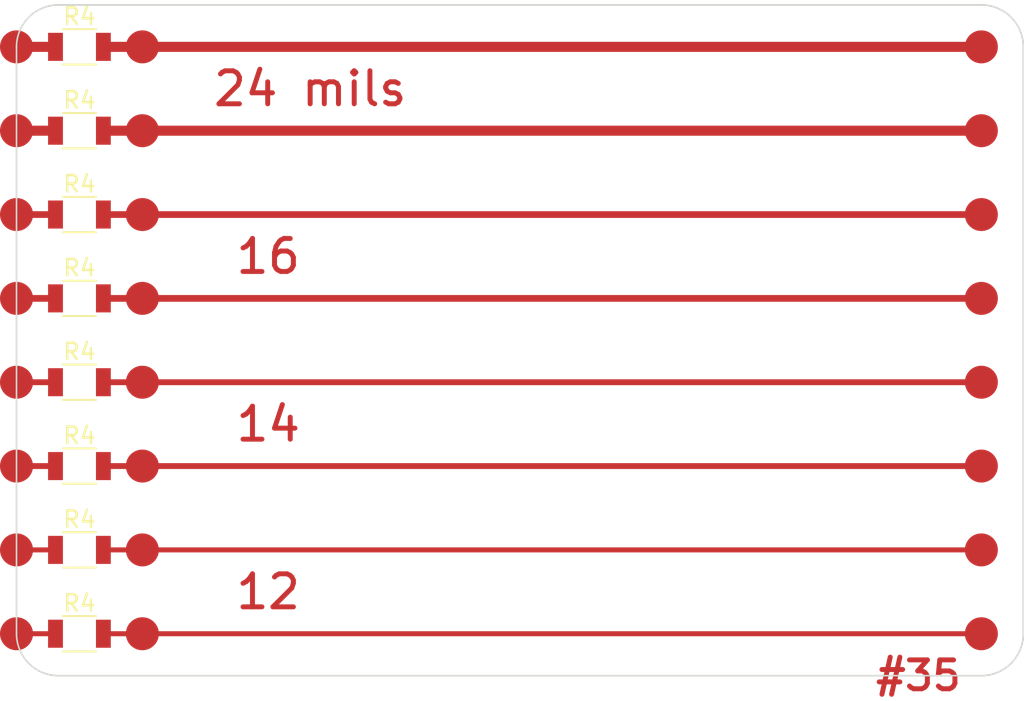
<source format=kicad_pcb>
(kicad_pcb (version 4) (host pcbnew 4.0.6)

  (general
    (links 39)
    (no_connects 15)
    (area 126.689 58.643 188.899001 101.118)
    (thickness 1.6)
    (drawings 14)
    (tracks 24)
    (zones 0)
    (modules 32)
    (nets 2)
  )

  (page USLetter)
  (layers
    (0 F.Cu signal)
    (31 B.Cu signal)
    (32 B.Adhes user)
    (33 F.Adhes user)
    (34 B.Paste user)
    (35 F.Paste user)
    (36 B.SilkS user)
    (37 F.SilkS user)
    (38 B.Mask user)
    (39 F.Mask user)
    (40 Dwgs.User user)
    (41 Cmts.User user)
    (42 Eco1.User user)
    (43 Eco2.User user)
    (44 Edge.Cuts user)
    (45 Margin user)
    (46 B.CrtYd user)
    (47 F.CrtYd user)
    (48 B.Fab user)
    (49 F.Fab user)
  )

  (setup
    (last_trace_width 0.25)
    (user_trace_width 0.254)
    (user_trace_width 0.3048)
    (user_trace_width 0.3556)
    (user_trace_width 0.4064)
    (user_trace_width 0.6096)
    (trace_clearance 0.2)
    (zone_clearance 0.508)
    (zone_45_only no)
    (trace_min 0.2)
    (segment_width 0.2)
    (edge_width 0.1)
    (via_size 0.6)
    (via_drill 0.4)
    (via_min_size 0.4)
    (via_min_drill 0.3)
    (uvia_size 0.3)
    (uvia_drill 0.1)
    (uvias_allowed no)
    (uvia_min_size 0.2)
    (uvia_min_drill 0.1)
    (pcb_text_width 0.3)
    (pcb_text_size 1.27 1.27)
    (mod_edge_width 0.15)
    (mod_text_size 1.016 1.016)
    (mod_text_width 0.127)
    (pad_size 1.5 1.5)
    (pad_drill 0)
    (pad_to_mask_clearance 0)
    (aux_axis_origin 111.76 109.855)
    (grid_origin 0.889 0.508)
    (visible_elements 7FFFFFFF)
    (pcbplotparams
      (layerselection 0x010a0_00000001)
      (usegerberextensions true)
      (excludeedgelayer true)
      (linewidth 0.100000)
      (plotframeref false)
      (viasonmask false)
      (mode 1)
      (useauxorigin false)
      (hpglpennumber 1)
      (hpglpenspeed 20)
      (hpglpendiameter 15)
      (hpglpenoverlay 2)
      (psnegative false)
      (psa4output false)
      (plotreference true)
      (plotvalue true)
      (plotinvisibletext false)
      (padsonsilk false)
      (subtractmaskfromsilk false)
      (outputformat 1)
      (mirror false)
      (drillshape 0)
      (scaleselection 1)
      (outputdirectory gerbers/))
  )

  (net 0 "")
  (net 1 GND)

  (net_class Default "This is the default net class."
    (clearance 0.2)
    (trace_width 0.25)
    (via_dia 0.6)
    (via_drill 0.4)
    (uvia_dia 0.3)
    (uvia_drill 0.1)
    (add_net GND)
  )

  (module footprints:SewPad (layer F.Cu) (tedit 5C9A7292) (tstamp 5CA38CFC)
    (at 127.889 61.468 90)
    (descr "Through hole angled pin header, 1x01, 1.00mm pitch, 2.0mm pin length, single row")
    (tags "Through hole angled pin header THT 1x01 1.00mm single row")
    (path /5C9A7CEA)
    (fp_text reference JB2 (at 0 -0.25 90) (layer F.SilkS) hide
      (effects (font (size 0.5 0.5) (thickness 0.125)))
    )
    (fp_text value PAD (at 0 0.5 90) (layer F.Fab)
      (effects (font (size 0.6 0.6) (thickness 0.15)))
    )
    (pad 1 smd circle (at 0 0 90) (size 2 2) (layers F.Cu F.Mask)
      (net 1 GND))
    (model ${KISYS3DMOD}/Pin_Headers.3dshapes/Pin_Header_Angled_1x01_Pitch1.00mm.wrl
      (at (xyz 0 0 0))
      (scale (xyz 1 1 1))
      (rotate (xyz 0 0 0))
    )
  )

  (module footprints:SewPad (layer F.Cu) (tedit 5C9A7292) (tstamp 5CA38CF7)
    (at 127.889 66.548 90)
    (descr "Through hole angled pin header, 1x01, 1.00mm pitch, 2.0mm pin length, single row")
    (tags "Through hole angled pin header THT 1x01 1.00mm single row")
    (path /5C9A7CEA)
    (fp_text reference JB2 (at 0 -0.25 90) (layer F.SilkS) hide
      (effects (font (size 0.5 0.5) (thickness 0.125)))
    )
    (fp_text value PAD (at 0 0.5 90) (layer F.Fab)
      (effects (font (size 0.6 0.6) (thickness 0.15)))
    )
    (pad 1 smd circle (at 0 0 90) (size 2 2) (layers F.Cu F.Mask)
      (net 1 GND))
    (model ${KISYS3DMOD}/Pin_Headers.3dshapes/Pin_Header_Angled_1x01_Pitch1.00mm.wrl
      (at (xyz 0 0 0))
      (scale (xyz 1 1 1))
      (rotate (xyz 0 0 0))
    )
  )

  (module footprints:SewPad (layer F.Cu) (tedit 5C9A7292) (tstamp 5CA38CF2)
    (at 127.889 71.628 90)
    (descr "Through hole angled pin header, 1x01, 1.00mm pitch, 2.0mm pin length, single row")
    (tags "Through hole angled pin header THT 1x01 1.00mm single row")
    (path /5C9A7CEA)
    (fp_text reference JB2 (at 0 -0.25 90) (layer F.SilkS) hide
      (effects (font (size 0.5 0.5) (thickness 0.125)))
    )
    (fp_text value PAD (at 0 0.5 90) (layer F.Fab)
      (effects (font (size 0.6 0.6) (thickness 0.15)))
    )
    (pad 1 smd circle (at 0 0 90) (size 2 2) (layers F.Cu F.Mask)
      (net 1 GND))
    (model ${KISYS3DMOD}/Pin_Headers.3dshapes/Pin_Header_Angled_1x01_Pitch1.00mm.wrl
      (at (xyz 0 0 0))
      (scale (xyz 1 1 1))
      (rotate (xyz 0 0 0))
    )
  )

  (module footprints:SewPad (layer F.Cu) (tedit 5C9A7292) (tstamp 5CA38CED)
    (at 127.889 76.708 90)
    (descr "Through hole angled pin header, 1x01, 1.00mm pitch, 2.0mm pin length, single row")
    (tags "Through hole angled pin header THT 1x01 1.00mm single row")
    (path /5C9A7CEA)
    (fp_text reference JB2 (at 0 -0.25 90) (layer F.SilkS) hide
      (effects (font (size 0.5 0.5) (thickness 0.125)))
    )
    (fp_text value PAD (at 0 0.5 90) (layer F.Fab)
      (effects (font (size 0.6 0.6) (thickness 0.15)))
    )
    (pad 1 smd circle (at 0 0 90) (size 2 2) (layers F.Cu F.Mask)
      (net 1 GND))
    (model ${KISYS3DMOD}/Pin_Headers.3dshapes/Pin_Header_Angled_1x01_Pitch1.00mm.wrl
      (at (xyz 0 0 0))
      (scale (xyz 1 1 1))
      (rotate (xyz 0 0 0))
    )
  )

  (module footprints:SewPad (layer F.Cu) (tedit 5C9A7292) (tstamp 5CA38CE7)
    (at 127.889 81.788 90)
    (descr "Through hole angled pin header, 1x01, 1.00mm pitch, 2.0mm pin length, single row")
    (tags "Through hole angled pin header THT 1x01 1.00mm single row")
    (path /5C9A7CEA)
    (fp_text reference JB2 (at 0 -0.25 90) (layer F.SilkS) hide
      (effects (font (size 0.5 0.5) (thickness 0.125)))
    )
    (fp_text value PAD (at 0 0.5 90) (layer F.Fab)
      (effects (font (size 0.6 0.6) (thickness 0.15)))
    )
    (pad 1 smd circle (at 0 0 90) (size 2 2) (layers F.Cu F.Mask)
      (net 1 GND))
    (model ${KISYS3DMOD}/Pin_Headers.3dshapes/Pin_Header_Angled_1x01_Pitch1.00mm.wrl
      (at (xyz 0 0 0))
      (scale (xyz 1 1 1))
      (rotate (xyz 0 0 0))
    )
  )

  (module footprints:SewPad (layer F.Cu) (tedit 5C9A7292) (tstamp 5CA38CE2)
    (at 127.889 86.868 90)
    (descr "Through hole angled pin header, 1x01, 1.00mm pitch, 2.0mm pin length, single row")
    (tags "Through hole angled pin header THT 1x01 1.00mm single row")
    (path /5C9A7CEA)
    (fp_text reference JB2 (at 0 -0.25 90) (layer F.SilkS) hide
      (effects (font (size 0.5 0.5) (thickness 0.125)))
    )
    (fp_text value PAD (at 0 0.5 90) (layer F.Fab)
      (effects (font (size 0.6 0.6) (thickness 0.15)))
    )
    (pad 1 smd circle (at 0 0 90) (size 2 2) (layers F.Cu F.Mask)
      (net 1 GND))
    (model ${KISYS3DMOD}/Pin_Headers.3dshapes/Pin_Header_Angled_1x01_Pitch1.00mm.wrl
      (at (xyz 0 0 0))
      (scale (xyz 1 1 1))
      (rotate (xyz 0 0 0))
    )
  )

  (module footprints:SewPad (layer F.Cu) (tedit 5C9A7292) (tstamp 5CA38CDD)
    (at 127.889 91.948 90)
    (descr "Through hole angled pin header, 1x01, 1.00mm pitch, 2.0mm pin length, single row")
    (tags "Through hole angled pin header THT 1x01 1.00mm single row")
    (path /5C9A7CEA)
    (fp_text reference JB2 (at 0 -0.25 90) (layer F.SilkS) hide
      (effects (font (size 0.5 0.5) (thickness 0.125)))
    )
    (fp_text value PAD (at 0 0.5 90) (layer F.Fab)
      (effects (font (size 0.6 0.6) (thickness 0.15)))
    )
    (pad 1 smd circle (at 0 0 90) (size 2 2) (layers F.Cu F.Mask)
      (net 1 GND))
    (model ${KISYS3DMOD}/Pin_Headers.3dshapes/Pin_Header_Angled_1x01_Pitch1.00mm.wrl
      (at (xyz 0 0 0))
      (scale (xyz 1 1 1))
      (rotate (xyz 0 0 0))
    )
  )

  (module footprints:SewPad (layer F.Cu) (tedit 5C9A7292) (tstamp 5CA38CD8)
    (at 127.889 97.028 90)
    (descr "Through hole angled pin header, 1x01, 1.00mm pitch, 2.0mm pin length, single row")
    (tags "Through hole angled pin header THT 1x01 1.00mm single row")
    (path /5C9A7CEA)
    (fp_text reference JB2 (at 0 -0.25 90) (layer F.SilkS) hide
      (effects (font (size 0.5 0.5) (thickness 0.125)))
    )
    (fp_text value PAD (at 0 0.5 90) (layer F.Fab)
      (effects (font (size 0.6 0.6) (thickness 0.15)))
    )
    (pad 1 smd circle (at 0 0 90) (size 2 2) (layers F.Cu F.Mask)
      (net 1 GND))
    (model ${KISYS3DMOD}/Pin_Headers.3dshapes/Pin_Header_Angled_1x01_Pitch1.00mm.wrl
      (at (xyz 0 0 0))
      (scale (xyz 1 1 1))
      (rotate (xyz 0 0 0))
    )
  )

  (module footprints:R_1206 (layer F.Cu) (tedit 58E0A804) (tstamp 5CA38CC7)
    (at 131.699 97.028)
    (descr "Resistor SMD 1206, reflow soldering, Vishay (see dcrcw.pdf)")
    (tags "resistor 1206")
    (path /5CA39025)
    (attr smd)
    (fp_text reference R4 (at 0 -1.85) (layer F.SilkS)
      (effects (font (size 1 1) (thickness 0.15)))
    )
    (fp_text value 0 (at 0 1.95) (layer F.Fab)
      (effects (font (size 1 1) (thickness 0.15)))
    )
    (fp_text user %R (at 0 0) (layer F.Fab)
      (effects (font (size 0.7 0.7) (thickness 0.105)))
    )
    (fp_line (start -1.6 0.8) (end -1.6 -0.8) (layer F.Fab) (width 0.1))
    (fp_line (start 1.6 0.8) (end -1.6 0.8) (layer F.Fab) (width 0.1))
    (fp_line (start 1.6 -0.8) (end 1.6 0.8) (layer F.Fab) (width 0.1))
    (fp_line (start -1.6 -0.8) (end 1.6 -0.8) (layer F.Fab) (width 0.1))
    (fp_line (start 1 1.07) (end -1 1.07) (layer F.SilkS) (width 0.12))
    (fp_line (start -1 -1.07) (end 1 -1.07) (layer F.SilkS) (width 0.12))
    (fp_line (start -2.15 -1.11) (end 2.15 -1.11) (layer F.CrtYd) (width 0.05))
    (fp_line (start -2.15 -1.11) (end -2.15 1.1) (layer F.CrtYd) (width 0.05))
    (fp_line (start 2.15 1.1) (end 2.15 -1.11) (layer F.CrtYd) (width 0.05))
    (fp_line (start 2.15 1.1) (end -2.15 1.1) (layer F.CrtYd) (width 0.05))
    (pad 1 smd rect (at -1.45 0) (size 0.9 1.7) (layers F.Cu F.Paste F.Mask)
      (net 1 GND))
    (pad 2 smd rect (at 1.45 0) (size 0.9 1.7) (layers F.Cu F.Paste F.Mask)
      (net 1 GND))
    (model ${KISYS3DMOD}/Resistors_SMD.3dshapes/R_1206.wrl
      (at (xyz 0 0 0))
      (scale (xyz 1 1 1))
      (rotate (xyz 0 0 0))
    )
  )

  (module footprints:R_1206 (layer F.Cu) (tedit 58E0A804) (tstamp 5CA38CB6)
    (at 131.699 91.948)
    (descr "Resistor SMD 1206, reflow soldering, Vishay (see dcrcw.pdf)")
    (tags "resistor 1206")
    (path /5CA39025)
    (attr smd)
    (fp_text reference R4 (at 0 -1.85) (layer F.SilkS)
      (effects (font (size 1 1) (thickness 0.15)))
    )
    (fp_text value 0 (at 0 1.95) (layer F.Fab)
      (effects (font (size 1 1) (thickness 0.15)))
    )
    (fp_text user %R (at 0 0) (layer F.Fab)
      (effects (font (size 0.7 0.7) (thickness 0.105)))
    )
    (fp_line (start -1.6 0.8) (end -1.6 -0.8) (layer F.Fab) (width 0.1))
    (fp_line (start 1.6 0.8) (end -1.6 0.8) (layer F.Fab) (width 0.1))
    (fp_line (start 1.6 -0.8) (end 1.6 0.8) (layer F.Fab) (width 0.1))
    (fp_line (start -1.6 -0.8) (end 1.6 -0.8) (layer F.Fab) (width 0.1))
    (fp_line (start 1 1.07) (end -1 1.07) (layer F.SilkS) (width 0.12))
    (fp_line (start -1 -1.07) (end 1 -1.07) (layer F.SilkS) (width 0.12))
    (fp_line (start -2.15 -1.11) (end 2.15 -1.11) (layer F.CrtYd) (width 0.05))
    (fp_line (start -2.15 -1.11) (end -2.15 1.1) (layer F.CrtYd) (width 0.05))
    (fp_line (start 2.15 1.1) (end 2.15 -1.11) (layer F.CrtYd) (width 0.05))
    (fp_line (start 2.15 1.1) (end -2.15 1.1) (layer F.CrtYd) (width 0.05))
    (pad 1 smd rect (at -1.45 0) (size 0.9 1.7) (layers F.Cu F.Paste F.Mask)
      (net 1 GND))
    (pad 2 smd rect (at 1.45 0) (size 0.9 1.7) (layers F.Cu F.Paste F.Mask)
      (net 1 GND))
    (model ${KISYS3DMOD}/Resistors_SMD.3dshapes/R_1206.wrl
      (at (xyz 0 0 0))
      (scale (xyz 1 1 1))
      (rotate (xyz 0 0 0))
    )
  )

  (module footprints:R_1206 (layer F.Cu) (tedit 58E0A804) (tstamp 5CA38CA5)
    (at 131.699 86.868)
    (descr "Resistor SMD 1206, reflow soldering, Vishay (see dcrcw.pdf)")
    (tags "resistor 1206")
    (path /5CA39025)
    (attr smd)
    (fp_text reference R4 (at 0 -1.85) (layer F.SilkS)
      (effects (font (size 1 1) (thickness 0.15)))
    )
    (fp_text value 0 (at 0 1.95) (layer F.Fab)
      (effects (font (size 1 1) (thickness 0.15)))
    )
    (fp_text user %R (at 0 0) (layer F.Fab)
      (effects (font (size 0.7 0.7) (thickness 0.105)))
    )
    (fp_line (start -1.6 0.8) (end -1.6 -0.8) (layer F.Fab) (width 0.1))
    (fp_line (start 1.6 0.8) (end -1.6 0.8) (layer F.Fab) (width 0.1))
    (fp_line (start 1.6 -0.8) (end 1.6 0.8) (layer F.Fab) (width 0.1))
    (fp_line (start -1.6 -0.8) (end 1.6 -0.8) (layer F.Fab) (width 0.1))
    (fp_line (start 1 1.07) (end -1 1.07) (layer F.SilkS) (width 0.12))
    (fp_line (start -1 -1.07) (end 1 -1.07) (layer F.SilkS) (width 0.12))
    (fp_line (start -2.15 -1.11) (end 2.15 -1.11) (layer F.CrtYd) (width 0.05))
    (fp_line (start -2.15 -1.11) (end -2.15 1.1) (layer F.CrtYd) (width 0.05))
    (fp_line (start 2.15 1.1) (end 2.15 -1.11) (layer F.CrtYd) (width 0.05))
    (fp_line (start 2.15 1.1) (end -2.15 1.1) (layer F.CrtYd) (width 0.05))
    (pad 1 smd rect (at -1.45 0) (size 0.9 1.7) (layers F.Cu F.Paste F.Mask)
      (net 1 GND))
    (pad 2 smd rect (at 1.45 0) (size 0.9 1.7) (layers F.Cu F.Paste F.Mask)
      (net 1 GND))
    (model ${KISYS3DMOD}/Resistors_SMD.3dshapes/R_1206.wrl
      (at (xyz 0 0 0))
      (scale (xyz 1 1 1))
      (rotate (xyz 0 0 0))
    )
  )

  (module footprints:R_1206 (layer F.Cu) (tedit 58E0A804) (tstamp 5CA38C94)
    (at 131.699 81.788)
    (descr "Resistor SMD 1206, reflow soldering, Vishay (see dcrcw.pdf)")
    (tags "resistor 1206")
    (path /5CA39025)
    (attr smd)
    (fp_text reference R4 (at 0 -1.85) (layer F.SilkS)
      (effects (font (size 1 1) (thickness 0.15)))
    )
    (fp_text value 0 (at 0 1.95) (layer F.Fab)
      (effects (font (size 1 1) (thickness 0.15)))
    )
    (fp_text user %R (at 0 0) (layer F.Fab)
      (effects (font (size 0.7 0.7) (thickness 0.105)))
    )
    (fp_line (start -1.6 0.8) (end -1.6 -0.8) (layer F.Fab) (width 0.1))
    (fp_line (start 1.6 0.8) (end -1.6 0.8) (layer F.Fab) (width 0.1))
    (fp_line (start 1.6 -0.8) (end 1.6 0.8) (layer F.Fab) (width 0.1))
    (fp_line (start -1.6 -0.8) (end 1.6 -0.8) (layer F.Fab) (width 0.1))
    (fp_line (start 1 1.07) (end -1 1.07) (layer F.SilkS) (width 0.12))
    (fp_line (start -1 -1.07) (end 1 -1.07) (layer F.SilkS) (width 0.12))
    (fp_line (start -2.15 -1.11) (end 2.15 -1.11) (layer F.CrtYd) (width 0.05))
    (fp_line (start -2.15 -1.11) (end -2.15 1.1) (layer F.CrtYd) (width 0.05))
    (fp_line (start 2.15 1.1) (end 2.15 -1.11) (layer F.CrtYd) (width 0.05))
    (fp_line (start 2.15 1.1) (end -2.15 1.1) (layer F.CrtYd) (width 0.05))
    (pad 1 smd rect (at -1.45 0) (size 0.9 1.7) (layers F.Cu F.Paste F.Mask)
      (net 1 GND))
    (pad 2 smd rect (at 1.45 0) (size 0.9 1.7) (layers F.Cu F.Paste F.Mask)
      (net 1 GND))
    (model ${KISYS3DMOD}/Resistors_SMD.3dshapes/R_1206.wrl
      (at (xyz 0 0 0))
      (scale (xyz 1 1 1))
      (rotate (xyz 0 0 0))
    )
  )

  (module footprints:R_1206 (layer F.Cu) (tedit 58E0A804) (tstamp 5CA38C83)
    (at 131.699 76.708)
    (descr "Resistor SMD 1206, reflow soldering, Vishay (see dcrcw.pdf)")
    (tags "resistor 1206")
    (path /5CA39025)
    (attr smd)
    (fp_text reference R4 (at 0 -1.85) (layer F.SilkS)
      (effects (font (size 1 1) (thickness 0.15)))
    )
    (fp_text value 0 (at 0 1.95) (layer F.Fab)
      (effects (font (size 1 1) (thickness 0.15)))
    )
    (fp_text user %R (at 0 0) (layer F.Fab)
      (effects (font (size 0.7 0.7) (thickness 0.105)))
    )
    (fp_line (start -1.6 0.8) (end -1.6 -0.8) (layer F.Fab) (width 0.1))
    (fp_line (start 1.6 0.8) (end -1.6 0.8) (layer F.Fab) (width 0.1))
    (fp_line (start 1.6 -0.8) (end 1.6 0.8) (layer F.Fab) (width 0.1))
    (fp_line (start -1.6 -0.8) (end 1.6 -0.8) (layer F.Fab) (width 0.1))
    (fp_line (start 1 1.07) (end -1 1.07) (layer F.SilkS) (width 0.12))
    (fp_line (start -1 -1.07) (end 1 -1.07) (layer F.SilkS) (width 0.12))
    (fp_line (start -2.15 -1.11) (end 2.15 -1.11) (layer F.CrtYd) (width 0.05))
    (fp_line (start -2.15 -1.11) (end -2.15 1.1) (layer F.CrtYd) (width 0.05))
    (fp_line (start 2.15 1.1) (end 2.15 -1.11) (layer F.CrtYd) (width 0.05))
    (fp_line (start 2.15 1.1) (end -2.15 1.1) (layer F.CrtYd) (width 0.05))
    (pad 1 smd rect (at -1.45 0) (size 0.9 1.7) (layers F.Cu F.Paste F.Mask)
      (net 1 GND))
    (pad 2 smd rect (at 1.45 0) (size 0.9 1.7) (layers F.Cu F.Paste F.Mask)
      (net 1 GND))
    (model ${KISYS3DMOD}/Resistors_SMD.3dshapes/R_1206.wrl
      (at (xyz 0 0 0))
      (scale (xyz 1 1 1))
      (rotate (xyz 0 0 0))
    )
  )

  (module footprints:R_1206 (layer F.Cu) (tedit 58E0A804) (tstamp 5CA38C72)
    (at 131.699 71.628)
    (descr "Resistor SMD 1206, reflow soldering, Vishay (see dcrcw.pdf)")
    (tags "resistor 1206")
    (path /5CA39025)
    (attr smd)
    (fp_text reference R4 (at 0 -1.85) (layer F.SilkS)
      (effects (font (size 1 1) (thickness 0.15)))
    )
    (fp_text value 0 (at 0 1.95) (layer F.Fab)
      (effects (font (size 1 1) (thickness 0.15)))
    )
    (fp_text user %R (at 0 0) (layer F.Fab)
      (effects (font (size 0.7 0.7) (thickness 0.105)))
    )
    (fp_line (start -1.6 0.8) (end -1.6 -0.8) (layer F.Fab) (width 0.1))
    (fp_line (start 1.6 0.8) (end -1.6 0.8) (layer F.Fab) (width 0.1))
    (fp_line (start 1.6 -0.8) (end 1.6 0.8) (layer F.Fab) (width 0.1))
    (fp_line (start -1.6 -0.8) (end 1.6 -0.8) (layer F.Fab) (width 0.1))
    (fp_line (start 1 1.07) (end -1 1.07) (layer F.SilkS) (width 0.12))
    (fp_line (start -1 -1.07) (end 1 -1.07) (layer F.SilkS) (width 0.12))
    (fp_line (start -2.15 -1.11) (end 2.15 -1.11) (layer F.CrtYd) (width 0.05))
    (fp_line (start -2.15 -1.11) (end -2.15 1.1) (layer F.CrtYd) (width 0.05))
    (fp_line (start 2.15 1.1) (end 2.15 -1.11) (layer F.CrtYd) (width 0.05))
    (fp_line (start 2.15 1.1) (end -2.15 1.1) (layer F.CrtYd) (width 0.05))
    (pad 1 smd rect (at -1.45 0) (size 0.9 1.7) (layers F.Cu F.Paste F.Mask)
      (net 1 GND))
    (pad 2 smd rect (at 1.45 0) (size 0.9 1.7) (layers F.Cu F.Paste F.Mask)
      (net 1 GND))
    (model ${KISYS3DMOD}/Resistors_SMD.3dshapes/R_1206.wrl
      (at (xyz 0 0 0))
      (scale (xyz 1 1 1))
      (rotate (xyz 0 0 0))
    )
  )

  (module footprints:R_1206 (layer F.Cu) (tedit 58E0A804) (tstamp 5CA38C61)
    (at 131.699 66.548)
    (descr "Resistor SMD 1206, reflow soldering, Vishay (see dcrcw.pdf)")
    (tags "resistor 1206")
    (path /5CA39025)
    (attr smd)
    (fp_text reference R4 (at 0 -1.85) (layer F.SilkS)
      (effects (font (size 1 1) (thickness 0.15)))
    )
    (fp_text value 0 (at 0 1.95) (layer F.Fab)
      (effects (font (size 1 1) (thickness 0.15)))
    )
    (fp_text user %R (at 0 0) (layer F.Fab)
      (effects (font (size 0.7 0.7) (thickness 0.105)))
    )
    (fp_line (start -1.6 0.8) (end -1.6 -0.8) (layer F.Fab) (width 0.1))
    (fp_line (start 1.6 0.8) (end -1.6 0.8) (layer F.Fab) (width 0.1))
    (fp_line (start 1.6 -0.8) (end 1.6 0.8) (layer F.Fab) (width 0.1))
    (fp_line (start -1.6 -0.8) (end 1.6 -0.8) (layer F.Fab) (width 0.1))
    (fp_line (start 1 1.07) (end -1 1.07) (layer F.SilkS) (width 0.12))
    (fp_line (start -1 -1.07) (end 1 -1.07) (layer F.SilkS) (width 0.12))
    (fp_line (start -2.15 -1.11) (end 2.15 -1.11) (layer F.CrtYd) (width 0.05))
    (fp_line (start -2.15 -1.11) (end -2.15 1.1) (layer F.CrtYd) (width 0.05))
    (fp_line (start 2.15 1.1) (end 2.15 -1.11) (layer F.CrtYd) (width 0.05))
    (fp_line (start 2.15 1.1) (end -2.15 1.1) (layer F.CrtYd) (width 0.05))
    (pad 1 smd rect (at -1.45 0) (size 0.9 1.7) (layers F.Cu F.Paste F.Mask)
      (net 1 GND))
    (pad 2 smd rect (at 1.45 0) (size 0.9 1.7) (layers F.Cu F.Paste F.Mask)
      (net 1 GND))
    (model ${KISYS3DMOD}/Resistors_SMD.3dshapes/R_1206.wrl
      (at (xyz 0 0 0))
      (scale (xyz 1 1 1))
      (rotate (xyz 0 0 0))
    )
  )

  (module footprints:SewPad (layer F.Cu) (tedit 5C9A7292) (tstamp 5CA384D8)
    (at 186.309 86.868 90)
    (descr "Through hole angled pin header, 1x01, 1.00mm pitch, 2.0mm pin length, single row")
    (tags "Through hole angled pin header THT 1x01 1.00mm single row")
    (path /5C9A7CEA)
    (fp_text reference JB2 (at 0 -0.25 90) (layer F.SilkS) hide
      (effects (font (size 0.5 0.5) (thickness 0.125)))
    )
    (fp_text value PAD (at 0 0.5 90) (layer F.Fab)
      (effects (font (size 0.6 0.6) (thickness 0.15)))
    )
    (pad 1 smd circle (at 0 0 90) (size 2 2) (layers F.Cu F.Mask)
      (net 1 GND))
    (model ${KISYS3DMOD}/Pin_Headers.3dshapes/Pin_Header_Angled_1x01_Pitch1.00mm.wrl
      (at (xyz 0 0 0))
      (scale (xyz 1 1 1))
      (rotate (xyz 0 0 0))
    )
  )

  (module footprints:SewPad (layer F.Cu) (tedit 5C9A7292) (tstamp 5CA384D2)
    (at 186.309 81.788 90)
    (descr "Through hole angled pin header, 1x01, 1.00mm pitch, 2.0mm pin length, single row")
    (tags "Through hole angled pin header THT 1x01 1.00mm single row")
    (path /5C9A7CEA)
    (fp_text reference JB2 (at 0 -0.25 90) (layer F.SilkS) hide
      (effects (font (size 0.5 0.5) (thickness 0.125)))
    )
    (fp_text value PAD (at 0 0.5 90) (layer F.Fab)
      (effects (font (size 0.6 0.6) (thickness 0.15)))
    )
    (pad 1 smd circle (at 0 0 90) (size 2 2) (layers F.Cu F.Mask)
      (net 1 GND))
    (model ${KISYS3DMOD}/Pin_Headers.3dshapes/Pin_Header_Angled_1x01_Pitch1.00mm.wrl
      (at (xyz 0 0 0))
      (scale (xyz 1 1 1))
      (rotate (xyz 0 0 0))
    )
  )

  (module footprints:SewPad (layer F.Cu) (tedit 5C9A7292) (tstamp 5CA384BE)
    (at 135.509 86.868 90)
    (descr "Through hole angled pin header, 1x01, 1.00mm pitch, 2.0mm pin length, single row")
    (tags "Through hole angled pin header THT 1x01 1.00mm single row")
    (path /5C9A7CEA)
    (fp_text reference JB2 (at 0 -0.25 90) (layer F.SilkS) hide
      (effects (font (size 0.5 0.5) (thickness 0.125)))
    )
    (fp_text value PAD (at 0 0.5 90) (layer F.Fab)
      (effects (font (size 0.6 0.6) (thickness 0.15)))
    )
    (pad 1 smd circle (at 0 0 90) (size 2 2) (layers F.Cu F.Mask)
      (net 1 GND))
    (model ${KISYS3DMOD}/Pin_Headers.3dshapes/Pin_Header_Angled_1x01_Pitch1.00mm.wrl
      (at (xyz 0 0 0))
      (scale (xyz 1 1 1))
      (rotate (xyz 0 0 0))
    )
  )

  (module footprints:SewPad (layer F.Cu) (tedit 5C9A7292) (tstamp 5CA384B4)
    (at 135.509 81.788 90)
    (descr "Through hole angled pin header, 1x01, 1.00mm pitch, 2.0mm pin length, single row")
    (tags "Through hole angled pin header THT 1x01 1.00mm single row")
    (path /5C9A7CEA)
    (fp_text reference JB2 (at 0 -0.25 90) (layer F.SilkS) hide
      (effects (font (size 0.5 0.5) (thickness 0.125)))
    )
    (fp_text value PAD (at 0 0.5 90) (layer F.Fab)
      (effects (font (size 0.6 0.6) (thickness 0.15)))
    )
    (pad 1 smd circle (at 0 0 90) (size 2 2) (layers F.Cu F.Mask)
      (net 1 GND))
    (model ${KISYS3DMOD}/Pin_Headers.3dshapes/Pin_Header_Angled_1x01_Pitch1.00mm.wrl
      (at (xyz 0 0 0))
      (scale (xyz 1 1 1))
      (rotate (xyz 0 0 0))
    )
  )

  (module footprints:SewPad (layer F.Cu) (tedit 5C9A7292) (tstamp 5CA2A0E9)
    (at 186.309 61.468 90)
    (descr "Through hole angled pin header, 1x01, 1.00mm pitch, 2.0mm pin length, single row")
    (tags "Through hole angled pin header THT 1x01 1.00mm single row")
    (path /5C9A7CEA)
    (fp_text reference JB2 (at 0 -0.25 90) (layer F.SilkS) hide
      (effects (font (size 0.5 0.5) (thickness 0.125)))
    )
    (fp_text value PAD (at 0 0.5 90) (layer F.Fab)
      (effects (font (size 0.6 0.6) (thickness 0.15)))
    )
    (pad 1 smd circle (at 0 0 90) (size 2 2) (layers F.Cu F.Mask)
      (net 1 GND))
    (model ${KISYS3DMOD}/Pin_Headers.3dshapes/Pin_Header_Angled_1x01_Pitch1.00mm.wrl
      (at (xyz 0 0 0))
      (scale (xyz 1 1 1))
      (rotate (xyz 0 0 0))
    )
  )

  (module footprints:SewPad (layer F.Cu) (tedit 5C9A7292) (tstamp 5CA2A0E2)
    (at 135.509 61.468 90)
    (descr "Through hole angled pin header, 1x01, 1.00mm pitch, 2.0mm pin length, single row")
    (tags "Through hole angled pin header THT 1x01 1.00mm single row")
    (path /5C9A7CEA)
    (fp_text reference JB2 (at 0 -0.25 90) (layer F.SilkS) hide
      (effects (font (size 0.5 0.5) (thickness 0.125)))
    )
    (fp_text value PAD (at 0 0.5 90) (layer F.Fab)
      (effects (font (size 0.6 0.6) (thickness 0.15)))
    )
    (pad 1 smd circle (at 0 0 90) (size 2 2) (layers F.Cu F.Mask)
      (net 1 GND))
    (model ${KISYS3DMOD}/Pin_Headers.3dshapes/Pin_Header_Angled_1x01_Pitch1.00mm.wrl
      (at (xyz 0 0 0))
      (scale (xyz 1 1 1))
      (rotate (xyz 0 0 0))
    )
  )

  (module footprints:SewPad (layer F.Cu) (tedit 5C9A7292) (tstamp 5C9E5BD1)
    (at 186.309 66.548 90)
    (descr "Through hole angled pin header, 1x01, 1.00mm pitch, 2.0mm pin length, single row")
    (tags "Through hole angled pin header THT 1x01 1.00mm single row")
    (path /5C9A7CEA)
    (fp_text reference JB2 (at 0 -0.25 90) (layer F.SilkS) hide
      (effects (font (size 0.5 0.5) (thickness 0.125)))
    )
    (fp_text value PAD (at 0 0.5 90) (layer F.Fab)
      (effects (font (size 0.6 0.6) (thickness 0.15)))
    )
    (pad 1 smd circle (at 0 0 90) (size 2 2) (layers F.Cu F.Mask)
      (net 1 GND))
    (model ${KISYS3DMOD}/Pin_Headers.3dshapes/Pin_Header_Angled_1x01_Pitch1.00mm.wrl
      (at (xyz 0 0 0))
      (scale (xyz 1 1 1))
      (rotate (xyz 0 0 0))
    )
  )

  (module footprints:SewPad (layer F.Cu) (tedit 5C9A7292) (tstamp 5C9E5BCC)
    (at 135.509 66.548 90)
    (descr "Through hole angled pin header, 1x01, 1.00mm pitch, 2.0mm pin length, single row")
    (tags "Through hole angled pin header THT 1x01 1.00mm single row")
    (path /5C9A7CEA)
    (fp_text reference JB2 (at 0 -0.25 90) (layer F.SilkS) hide
      (effects (font (size 0.5 0.5) (thickness 0.125)))
    )
    (fp_text value PAD (at 0 0.5 90) (layer F.Fab)
      (effects (font (size 0.6 0.6) (thickness 0.15)))
    )
    (pad 1 smd circle (at 0 0 90) (size 2 2) (layers F.Cu F.Mask)
      (net 1 GND))
    (model ${KISYS3DMOD}/Pin_Headers.3dshapes/Pin_Header_Angled_1x01_Pitch1.00mm.wrl
      (at (xyz 0 0 0))
      (scale (xyz 1 1 1))
      (rotate (xyz 0 0 0))
    )
  )

  (module footprints:SewPad (layer F.Cu) (tedit 5C9A7292) (tstamp 5C9E5B70)
    (at 186.309 71.628 90)
    (descr "Through hole angled pin header, 1x01, 1.00mm pitch, 2.0mm pin length, single row")
    (tags "Through hole angled pin header THT 1x01 1.00mm single row")
    (path /5C9A7CEA)
    (fp_text reference JB2 (at 0 -0.25 90) (layer F.SilkS) hide
      (effects (font (size 0.5 0.5) (thickness 0.125)))
    )
    (fp_text value PAD (at 0 0.5 90) (layer F.Fab)
      (effects (font (size 0.6 0.6) (thickness 0.15)))
    )
    (pad 1 smd circle (at 0 0 90) (size 2 2) (layers F.Cu F.Mask)
      (net 1 GND))
    (model ${KISYS3DMOD}/Pin_Headers.3dshapes/Pin_Header_Angled_1x01_Pitch1.00mm.wrl
      (at (xyz 0 0 0))
      (scale (xyz 1 1 1))
      (rotate (xyz 0 0 0))
    )
  )

  (module footprints:SewPad (layer F.Cu) (tedit 5C9A7292) (tstamp 5C9E5B69)
    (at 186.309 76.708 90)
    (descr "Through hole angled pin header, 1x01, 1.00mm pitch, 2.0mm pin length, single row")
    (tags "Through hole angled pin header THT 1x01 1.00mm single row")
    (path /5C9A7CEA)
    (fp_text reference JB2 (at 0 -0.25 90) (layer F.SilkS) hide
      (effects (font (size 0.5 0.5) (thickness 0.125)))
    )
    (fp_text value PAD (at 0 0.5 90) (layer F.Fab)
      (effects (font (size 0.6 0.6) (thickness 0.15)))
    )
    (pad 1 smd circle (at 0 0 90) (size 2 2) (layers F.Cu F.Mask)
      (net 1 GND))
    (model ${KISYS3DMOD}/Pin_Headers.3dshapes/Pin_Header_Angled_1x01_Pitch1.00mm.wrl
      (at (xyz 0 0 0))
      (scale (xyz 1 1 1))
      (rotate (xyz 0 0 0))
    )
  )

  (module footprints:SewPad (layer F.Cu) (tedit 5C9A7292) (tstamp 5C9E5B64)
    (at 186.309 91.948 90)
    (descr "Through hole angled pin header, 1x01, 1.00mm pitch, 2.0mm pin length, single row")
    (tags "Through hole angled pin header THT 1x01 1.00mm single row")
    (path /5C9A7CEA)
    (fp_text reference JB2 (at 0 -0.25 90) (layer F.SilkS) hide
      (effects (font (size 0.5 0.5) (thickness 0.125)))
    )
    (fp_text value PAD (at 0 0.5 90) (layer F.Fab)
      (effects (font (size 0.6 0.6) (thickness 0.15)))
    )
    (pad 1 smd circle (at 0 0 90) (size 2 2) (layers F.Cu F.Mask)
      (net 1 GND))
    (model ${KISYS3DMOD}/Pin_Headers.3dshapes/Pin_Header_Angled_1x01_Pitch1.00mm.wrl
      (at (xyz 0 0 0))
      (scale (xyz 1 1 1))
      (rotate (xyz 0 0 0))
    )
  )

  (module footprints:SewPad (layer F.Cu) (tedit 5C9A7292) (tstamp 5C9E5B5F)
    (at 135.509 71.628 90)
    (descr "Through hole angled pin header, 1x01, 1.00mm pitch, 2.0mm pin length, single row")
    (tags "Through hole angled pin header THT 1x01 1.00mm single row")
    (path /5C9A7CEA)
    (fp_text reference JB2 (at 0 -0.25 90) (layer F.SilkS) hide
      (effects (font (size 0.5 0.5) (thickness 0.125)))
    )
    (fp_text value PAD (at 0 0.5 90) (layer F.Fab)
      (effects (font (size 0.6 0.6) (thickness 0.15)))
    )
    (pad 1 smd circle (at 0 0 90) (size 2 2) (layers F.Cu F.Mask)
      (net 1 GND))
    (model ${KISYS3DMOD}/Pin_Headers.3dshapes/Pin_Header_Angled_1x01_Pitch1.00mm.wrl
      (at (xyz 0 0 0))
      (scale (xyz 1 1 1))
      (rotate (xyz 0 0 0))
    )
  )

  (module footprints:SewPad (layer F.Cu) (tedit 5C9A7292) (tstamp 5C9E5B5A)
    (at 135.509 76.708 90)
    (descr "Through hole angled pin header, 1x01, 1.00mm pitch, 2.0mm pin length, single row")
    (tags "Through hole angled pin header THT 1x01 1.00mm single row")
    (path /5C9A7CEA)
    (fp_text reference JB2 (at 0 -0.25 90) (layer F.SilkS) hide
      (effects (font (size 0.5 0.5) (thickness 0.125)))
    )
    (fp_text value PAD (at 0 0.5 90) (layer F.Fab)
      (effects (font (size 0.6 0.6) (thickness 0.15)))
    )
    (pad 1 smd circle (at 0 0 90) (size 2 2) (layers F.Cu F.Mask)
      (net 1 GND))
    (model ${KISYS3DMOD}/Pin_Headers.3dshapes/Pin_Header_Angled_1x01_Pitch1.00mm.wrl
      (at (xyz 0 0 0))
      (scale (xyz 1 1 1))
      (rotate (xyz 0 0 0))
    )
  )

  (module footprints:SewPad (layer F.Cu) (tedit 5C9A7292) (tstamp 5C9E5B55)
    (at 135.509 91.948 90)
    (descr "Through hole angled pin header, 1x01, 1.00mm pitch, 2.0mm pin length, single row")
    (tags "Through hole angled pin header THT 1x01 1.00mm single row")
    (path /5C9A7CEA)
    (fp_text reference JB2 (at 0 -0.25 90) (layer F.SilkS) hide
      (effects (font (size 0.5 0.5) (thickness 0.125)))
    )
    (fp_text value PAD (at 0 0.5 90) (layer F.Fab)
      (effects (font (size 0.6 0.6) (thickness 0.15)))
    )
    (pad 1 smd circle (at 0 0 90) (size 2 2) (layers F.Cu F.Mask)
      (net 1 GND))
    (model ${KISYS3DMOD}/Pin_Headers.3dshapes/Pin_Header_Angled_1x01_Pitch1.00mm.wrl
      (at (xyz 0 0 0))
      (scale (xyz 1 1 1))
      (rotate (xyz 0 0 0))
    )
  )

  (module footprints:SewPad (layer F.Cu) (tedit 5C9A7292) (tstamp 5C9E5B23)
    (at 186.309 97.028 90)
    (descr "Through hole angled pin header, 1x01, 1.00mm pitch, 2.0mm pin length, single row")
    (tags "Through hole angled pin header THT 1x01 1.00mm single row")
    (path /5C9A7CEA)
    (fp_text reference JB2 (at 0 -0.25 90) (layer F.SilkS) hide
      (effects (font (size 0.5 0.5) (thickness 0.125)))
    )
    (fp_text value PAD (at 0 0.5 90) (layer F.Fab)
      (effects (font (size 0.6 0.6) (thickness 0.15)))
    )
    (pad 1 smd circle (at 0 0 90) (size 2 2) (layers F.Cu F.Mask)
      (net 1 GND))
    (model ${KISYS3DMOD}/Pin_Headers.3dshapes/Pin_Header_Angled_1x01_Pitch1.00mm.wrl
      (at (xyz 0 0 0))
      (scale (xyz 1 1 1))
      (rotate (xyz 0 0 0))
    )
  )

  (module footprints:SewPad (layer F.Cu) (tedit 5C9A7292) (tstamp 5C9E5B07)
    (at 135.509 97.028 90)
    (descr "Through hole angled pin header, 1x01, 1.00mm pitch, 2.0mm pin length, single row")
    (tags "Through hole angled pin header THT 1x01 1.00mm single row")
    (path /5C9A7CEA)
    (fp_text reference JB2 (at 0 -0.25 90) (layer F.SilkS) hide
      (effects (font (size 0.5 0.5) (thickness 0.125)))
    )
    (fp_text value PAD (at 0 0.5 90) (layer F.Fab)
      (effects (font (size 0.6 0.6) (thickness 0.15)))
    )
    (pad 1 smd circle (at 0 0 90) (size 2 2) (layers F.Cu F.Mask)
      (net 1 GND))
    (model ${KISYS3DMOD}/Pin_Headers.3dshapes/Pin_Header_Angled_1x01_Pitch1.00mm.wrl
      (at (xyz 0 0 0))
      (scale (xyz 1 1 1))
      (rotate (xyz 0 0 0))
    )
  )

  (module footprints:R_1206 (layer F.Cu) (tedit 58E0A804) (tstamp 5CA38BCC)
    (at 131.699 61.468)
    (descr "Resistor SMD 1206, reflow soldering, Vishay (see dcrcw.pdf)")
    (tags "resistor 1206")
    (path /5CA39025)
    (attr smd)
    (fp_text reference R4 (at 0 -1.85) (layer F.SilkS)
      (effects (font (size 1 1) (thickness 0.15)))
    )
    (fp_text value 0 (at 0 1.95) (layer F.Fab)
      (effects (font (size 1 1) (thickness 0.15)))
    )
    (fp_text user %R (at 0 0) (layer F.Fab)
      (effects (font (size 0.7 0.7) (thickness 0.105)))
    )
    (fp_line (start -1.6 0.8) (end -1.6 -0.8) (layer F.Fab) (width 0.1))
    (fp_line (start 1.6 0.8) (end -1.6 0.8) (layer F.Fab) (width 0.1))
    (fp_line (start 1.6 -0.8) (end 1.6 0.8) (layer F.Fab) (width 0.1))
    (fp_line (start -1.6 -0.8) (end 1.6 -0.8) (layer F.Fab) (width 0.1))
    (fp_line (start 1 1.07) (end -1 1.07) (layer F.SilkS) (width 0.12))
    (fp_line (start -1 -1.07) (end 1 -1.07) (layer F.SilkS) (width 0.12))
    (fp_line (start -2.15 -1.11) (end 2.15 -1.11) (layer F.CrtYd) (width 0.05))
    (fp_line (start -2.15 -1.11) (end -2.15 1.1) (layer F.CrtYd) (width 0.05))
    (fp_line (start 2.15 1.1) (end 2.15 -1.11) (layer F.CrtYd) (width 0.05))
    (fp_line (start 2.15 1.1) (end -2.15 1.1) (layer F.CrtYd) (width 0.05))
    (pad 1 smd rect (at -1.45 0) (size 0.9 1.7) (layers F.Cu F.Paste F.Mask)
      (net 1 GND))
    (pad 2 smd rect (at 1.45 0) (size 0.9 1.7) (layers F.Cu F.Paste F.Mask)
      (net 1 GND))
    (model ${KISYS3DMOD}/Resistors_SMD.3dshapes/R_1206.wrl
      (at (xyz 0 0 0))
      (scale (xyz 1 1 1))
      (rotate (xyz 0 0 0))
    )
  )

  (gr_text "#35" (at 182.499 99.568) (layer F.Cu)
    (effects (font (size 1.75 1.75) (thickness 0.3)))
  )
  (gr_text 14 (at 143.129 84.328) (layer F.Cu)
    (effects (font (size 2 2) (thickness 0.3)))
  )
  (gr_text "24 mils" (at 145.669 64.008) (layer F.Cu)
    (effects (font (size 2 2) (thickness 0.3)))
  )
  (gr_text 16 (at 143.129 74.168) (layer F.Cu)
    (effects (font (size 2 2) (thickness 0.3)))
  )
  (gr_text 12 (at 143.129 94.488) (layer F.Cu)
    (effects (font (size 2 2) (thickness 0.3)))
  )
  (dimension 50.8 (width 0.3) (layer Dwgs.User)
    (gr_text "2.0000 in" (at 160.909 60.233) (layer Dwgs.User)
      (effects (font (size 1.27 1.27) (thickness 0.3)))
    )
    (feature1 (pts (xy 186.309 64.008) (xy 186.309 58.998)))
    (feature2 (pts (xy 135.509 64.008) (xy 135.509 58.998)))
    (crossbar (pts (xy 135.509 61.468) (xy 186.309 61.468)))
    (arrow1a (pts (xy 186.309 61.468) (xy 185.182496 62.054421)))
    (arrow1b (pts (xy 186.309 61.468) (xy 185.182496 60.881579)))
    (arrow2a (pts (xy 135.509 61.468) (xy 136.635504 62.054421)))
    (arrow2b (pts (xy 135.509 61.468) (xy 136.635504 60.881579)))
  )
  (gr_line (start 130.429 58.928) (end 186.309 58.928) (angle 90) (layer Edge.Cuts) (width 0.1))
  (gr_line (start 186.309 99.568) (end 130.429 99.568) (angle 90) (layer Edge.Cuts) (width 0.1))
  (gr_arc (start 130.429 61.468) (end 127.889 61.468) (angle 90) (layer Edge.Cuts) (width 0.1))
  (gr_arc (start 186.309 61.468) (end 186.309 58.928) (angle 90) (layer Edge.Cuts) (width 0.1))
  (gr_arc (start 186.309 97.028) (end 188.849 97.028) (angle 90) (layer Edge.Cuts) (width 0.1))
  (gr_arc (start 130.429 97.028) (end 130.429 99.568) (angle 90) (layer Edge.Cuts) (width 0.1))
  (gr_line (start 127.889 61.468) (end 127.889 97.028) (angle 90) (layer Edge.Cuts) (width 0.1))
  (gr_line (start 188.849 97.028) (end 188.849 61.468) (angle 90) (layer Edge.Cuts) (width 0.1))

  (segment (start 133.149 97.028) (end 135.509 97.028) (width 0.3048) (layer F.Cu) (net 1))
  (segment (start 127.889 97.028) (end 130.249 97.028) (width 0.3048) (layer F.Cu) (net 1))
  (segment (start 133.149 91.948) (end 135.509 91.948) (width 0.3048) (layer F.Cu) (net 1))
  (segment (start 127.889 91.948) (end 130.249 91.948) (width 0.3048) (layer F.Cu) (net 1))
  (segment (start 133.149 86.868) (end 135.509 86.868) (width 0.3556) (layer F.Cu) (net 1))
  (segment (start 127.889 86.868) (end 130.249 86.868) (width 0.3556) (layer F.Cu) (net 1))
  (segment (start 133.149 81.788) (end 135.509 81.788) (width 0.3556) (layer F.Cu) (net 1))
  (segment (start 127.889 81.788) (end 130.249 81.788) (width 0.3556) (layer F.Cu) (net 1))
  (segment (start 133.149 76.708) (end 135.509 76.708) (width 0.4064) (layer F.Cu) (net 1))
  (segment (start 127.889 76.708) (end 130.249 76.708) (width 0.4064) (layer F.Cu) (net 1))
  (segment (start 133.149 71.628) (end 135.509 71.628) (width 0.4064) (layer F.Cu) (net 1))
  (segment (start 127.889 71.628) (end 130.249 71.628) (width 0.4064) (layer F.Cu) (net 1))
  (segment (start 133.149 66.548) (end 135.509 66.548) (width 0.6096) (layer F.Cu) (net 1))
  (segment (start 127.889 66.548) (end 130.249 66.548) (width 0.6096) (layer F.Cu) (net 1))
  (segment (start 133.149 61.468) (end 135.509 61.468) (width 0.6096) (layer F.Cu) (net 1))
  (segment (start 127.889 61.468) (end 130.249 61.468) (width 0.6096) (layer F.Cu) (net 1))
  (segment (start 135.509 97.028) (end 186.309 97.028) (width 0.3048) (layer F.Cu) (net 1))
  (segment (start 135.509 91.948) (end 186.309 91.948) (width 0.3048) (layer F.Cu) (net 1))
  (segment (start 135.509 86.868) (end 186.309 86.868) (width 0.3556) (layer F.Cu) (net 1))
  (segment (start 135.509 81.788) (end 186.309 81.788) (width 0.3556) (layer F.Cu) (net 1))
  (segment (start 135.509 76.708) (end 186.309 76.708) (width 0.4064) (layer F.Cu) (net 1))
  (segment (start 135.509 71.628) (end 186.309 71.628) (width 0.4064) (layer F.Cu) (net 1))
  (segment (start 135.509 66.548) (end 186.309 66.548) (width 0.6096) (layer F.Cu) (net 1))
  (segment (start 135.509 61.468) (end 186.309 61.468) (width 0.6096) (layer F.Cu) (net 1))

)

</source>
